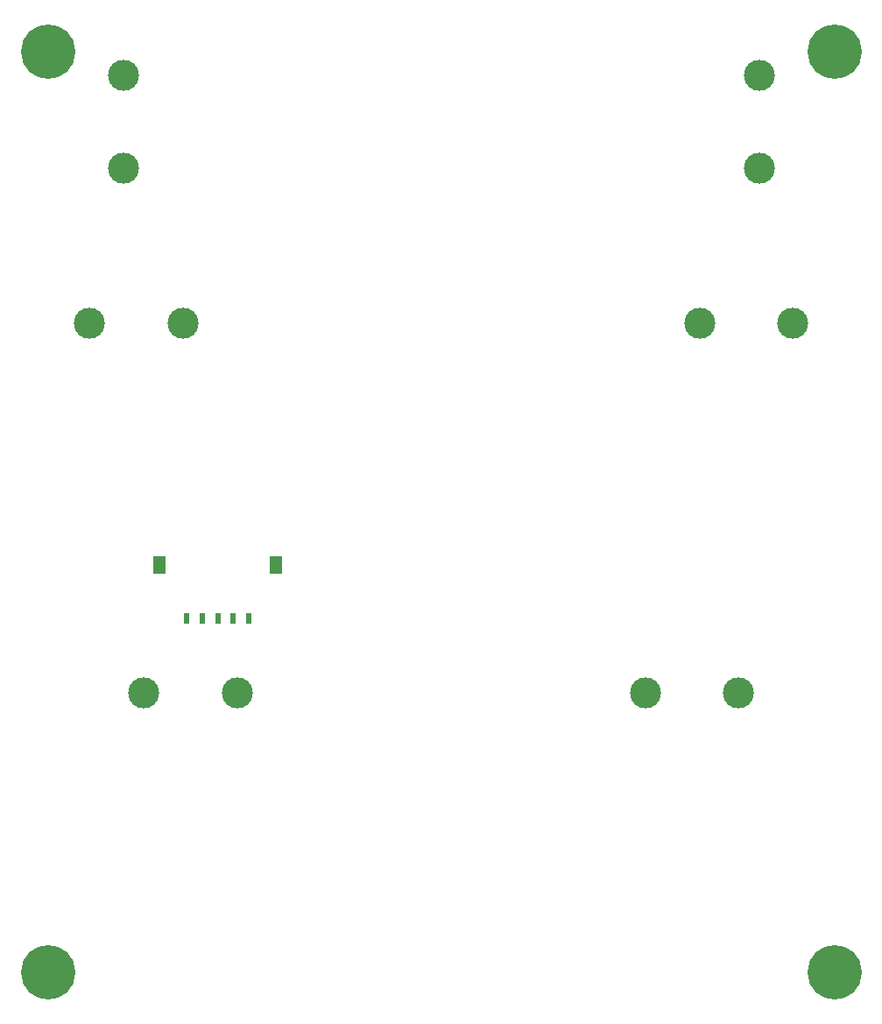
<source format=gbr>
%TF.GenerationSoftware,KiCad,Pcbnew,(5.1.10)-1*%
%TF.CreationDate,2022-06-07T20:30:13-07:00*%
%TF.ProjectId,solar-panel-WithCutout,736f6c61-722d-4706-916e-656c2d576974,1.1*%
%TF.SameCoordinates,Original*%
%TF.FileFunction,Soldermask,Bot*%
%TF.FilePolarity,Negative*%
%FSLAX46Y46*%
G04 Gerber Fmt 4.6, Leading zero omitted, Abs format (unit mm)*
G04 Created by KiCad (PCBNEW (5.1.10)-1) date 2022-06-07 20:30:13*
%MOMM*%
%LPD*%
G01*
G04 APERTURE LIST*
%ADD10C,5.250000*%
%ADD11R,1.250000X1.800000*%
%ADD12R,0.600000X1.000000*%
%ADD13C,3.000000*%
G04 APERTURE END LIST*
D10*
%TO.C,J5*%
X179500000Y-143230000D03*
%TD*%
%TO.C,J4*%
X179500000Y-54230000D03*
%TD*%
%TO.C,J3*%
X103500000Y-143230000D03*
%TD*%
%TO.C,J2*%
X103500000Y-54230000D03*
%TD*%
D11*
%TO.C,J1*%
X125500000Y-103810000D03*
X114290002Y-103810000D03*
D12*
X122895002Y-109000000D03*
X121395002Y-109000000D03*
X119895000Y-109000000D03*
X118395001Y-109000000D03*
X116895001Y-109000000D03*
%TD*%
D13*
%TO.C,SC6*%
X110750000Y-56500000D03*
X110750000Y-65500000D03*
%TD*%
%TO.C,SC5*%
X172250000Y-65500000D03*
X172250000Y-56500000D03*
%TD*%
%TO.C,SC4*%
X175500000Y-80500000D03*
X166500000Y-80500000D03*
%TD*%
%TO.C,SC3*%
X170250000Y-116250000D03*
X161250000Y-116250000D03*
%TD*%
%TO.C,SC2*%
X121750000Y-116250000D03*
X112750000Y-116250000D03*
%TD*%
%TO.C,SC1*%
X116500000Y-80500000D03*
X107500000Y-80500000D03*
%TD*%
M02*

</source>
